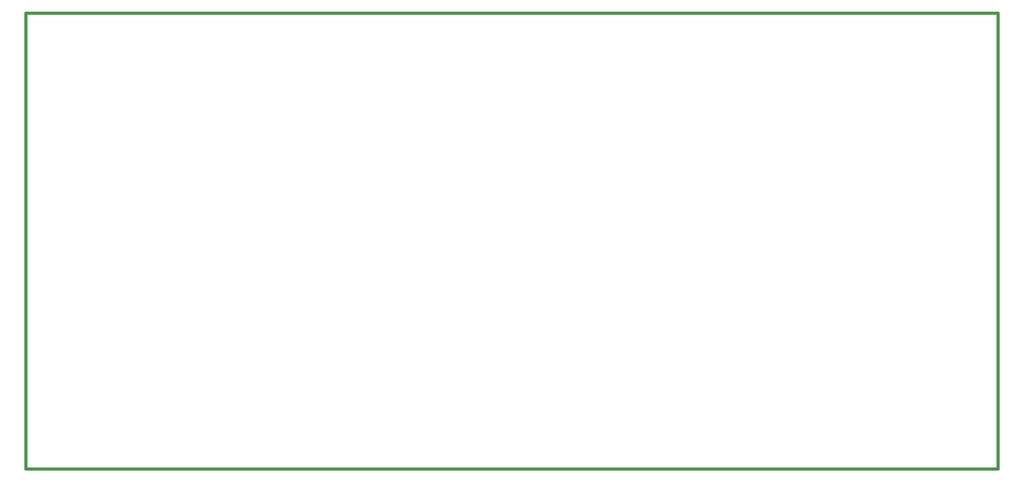
<source format=gbr>
G04 #@! TF.GenerationSoftware,KiCad,Pcbnew,(5.1.6)-1*
G04 #@! TF.CreationDate,2020-09-30T13:51:41+01:00*
G04 #@! TF.ProjectId,KIT88A,4b495438-3841-42e6-9b69-6361645f7063,rev?*
G04 #@! TF.SameCoordinates,Original*
G04 #@! TF.FileFunction,Profile,NP*
%FSLAX46Y46*%
G04 Gerber Fmt 4.6, Leading zero omitted, Abs format (unit mm)*
G04 Created by KiCad (PCBNEW (5.1.6)-1) date 2020-09-30 13:51:41*
%MOMM*%
%LPD*%
G01*
G04 APERTURE LIST*
G04 #@! TA.AperFunction,Profile*
%ADD10C,1.016000*%
G04 #@! TD*
G04 APERTURE END LIST*
D10*
X19050000Y-95250000D02*
X19050000Y-241300000D01*
X19050000Y-241300000D02*
X330200000Y-241300000D01*
X330200000Y-241300000D02*
X330200000Y-95250000D01*
X19050000Y-95250000D02*
X330200000Y-95250000D01*
M02*

</source>
